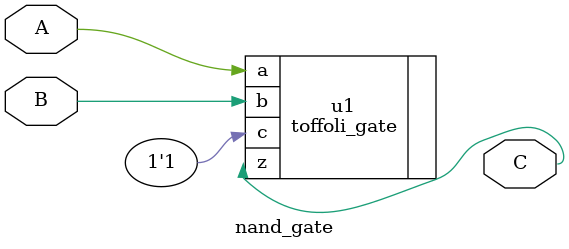
<source format=v>
`timescale 1ns / 1ps


module nand_gate(output C, input A, input B);
    
    toffoli_gate u1(.z(C), .a(A), .b(B), .c(1'b1));


endmodule
</source>
